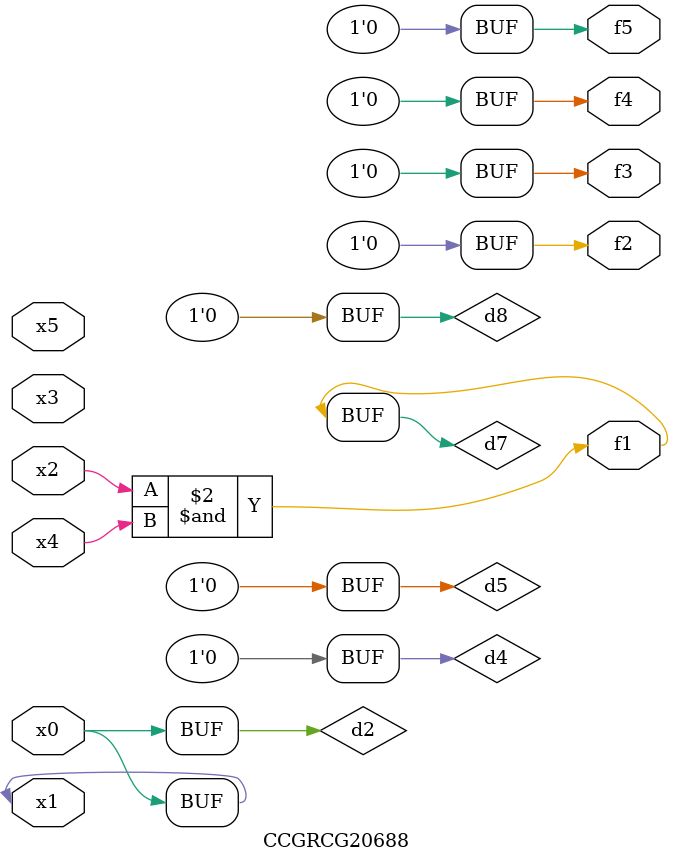
<source format=v>
module CCGRCG20688(
	input x0, x1, x2, x3, x4, x5,
	output f1, f2, f3, f4, f5
);

	wire d1, d2, d3, d4, d5, d6, d7, d8, d9;

	nand (d1, x1);
	buf (d2, x0, x1);
	nand (d3, x2, x4);
	and (d4, d1, d2);
	and (d5, d1, d2);
	nand (d6, d1, d3);
	not (d7, d3);
	xor (d8, d5);
	nor (d9, d5, d6);
	assign f1 = d7;
	assign f2 = d8;
	assign f3 = d8;
	assign f4 = d8;
	assign f5 = d8;
endmodule

</source>
